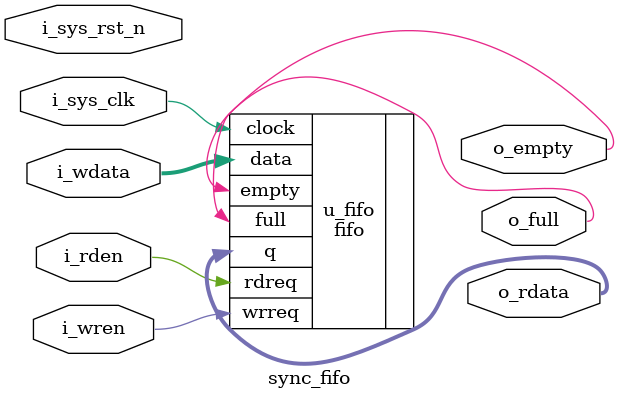
<source format=v>
module sync_fifo #(
    parameter DATA_WIDTH = 8,
    parameter DATA_DEPTH = 128
)(
    input                     i_sys_clk     ,
    input                     i_sys_rst_n   ,
    input                     i_wren        ,
    input  [DATA_WIDTH-1: 0]  i_wdata       ,
    input                     i_rden        ,
    output [DATA_WIDTH-1: 0]  o_rdata       ,
    output                    o_empty       ,
    output                    o_full        
);
    


fifo u_fifo(
    .clock (i_sys_clk   ),
    .data  (i_wdata     ),
    .rdreq (i_rden      ),
    .wrreq (i_wren      ),
    .empty (o_empty     ),
    .full  (o_full      ),
    .q     (o_rdata     )
);




endmodule
</source>
